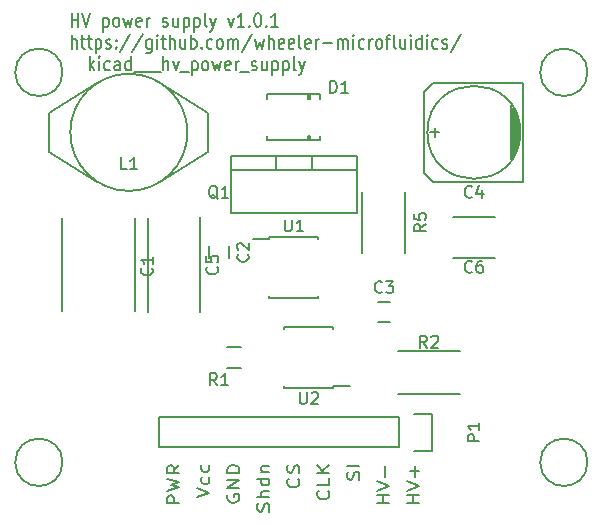
<source format=gbr>
G04 #@! TF.FileFunction,Legend,Top*
%FSLAX46Y46*%
G04 Gerber Fmt 4.6, Leading zero omitted, Abs format (unit mm)*
G04 Created by KiCad (PCBNEW 4.0.1-stable) date 2/11/2016 1:20:39 PM*
%MOMM*%
G01*
G04 APERTURE LIST*
%ADD10C,0.100000*%
%ADD11C,0.150000*%
G04 APERTURE END LIST*
D10*
D11*
X123428095Y-95232857D02*
X123428095Y-94032857D01*
X123428095Y-94604286D02*
X123999524Y-94604286D01*
X123999524Y-95232857D02*
X123999524Y-94032857D01*
X124332857Y-94032857D02*
X124666190Y-95232857D01*
X124999524Y-94032857D01*
X126094762Y-94432857D02*
X126094762Y-95632857D01*
X126094762Y-94490000D02*
X126190000Y-94432857D01*
X126380477Y-94432857D01*
X126475715Y-94490000D01*
X126523334Y-94547143D01*
X126570953Y-94661429D01*
X126570953Y-95004286D01*
X126523334Y-95118571D01*
X126475715Y-95175714D01*
X126380477Y-95232857D01*
X126190000Y-95232857D01*
X126094762Y-95175714D01*
X127142381Y-95232857D02*
X127047143Y-95175714D01*
X126999524Y-95118571D01*
X126951905Y-95004286D01*
X126951905Y-94661429D01*
X126999524Y-94547143D01*
X127047143Y-94490000D01*
X127142381Y-94432857D01*
X127285239Y-94432857D01*
X127380477Y-94490000D01*
X127428096Y-94547143D01*
X127475715Y-94661429D01*
X127475715Y-95004286D01*
X127428096Y-95118571D01*
X127380477Y-95175714D01*
X127285239Y-95232857D01*
X127142381Y-95232857D01*
X127809048Y-94432857D02*
X127999524Y-95232857D01*
X128190001Y-94661429D01*
X128380477Y-95232857D01*
X128570953Y-94432857D01*
X129332858Y-95175714D02*
X129237620Y-95232857D01*
X129047143Y-95232857D01*
X128951905Y-95175714D01*
X128904286Y-95061429D01*
X128904286Y-94604286D01*
X128951905Y-94490000D01*
X129047143Y-94432857D01*
X129237620Y-94432857D01*
X129332858Y-94490000D01*
X129380477Y-94604286D01*
X129380477Y-94718571D01*
X128904286Y-94832857D01*
X129809048Y-95232857D02*
X129809048Y-94432857D01*
X129809048Y-94661429D02*
X129856667Y-94547143D01*
X129904286Y-94490000D01*
X129999524Y-94432857D01*
X130094763Y-94432857D01*
X131142382Y-95175714D02*
X131237620Y-95232857D01*
X131428096Y-95232857D01*
X131523335Y-95175714D01*
X131570954Y-95061429D01*
X131570954Y-95004286D01*
X131523335Y-94890000D01*
X131428096Y-94832857D01*
X131285239Y-94832857D01*
X131190001Y-94775714D01*
X131142382Y-94661429D01*
X131142382Y-94604286D01*
X131190001Y-94490000D01*
X131285239Y-94432857D01*
X131428096Y-94432857D01*
X131523335Y-94490000D01*
X132428097Y-94432857D02*
X132428097Y-95232857D01*
X131999525Y-94432857D02*
X131999525Y-95061429D01*
X132047144Y-95175714D01*
X132142382Y-95232857D01*
X132285240Y-95232857D01*
X132380478Y-95175714D01*
X132428097Y-95118571D01*
X132904287Y-94432857D02*
X132904287Y-95632857D01*
X132904287Y-94490000D02*
X132999525Y-94432857D01*
X133190002Y-94432857D01*
X133285240Y-94490000D01*
X133332859Y-94547143D01*
X133380478Y-94661429D01*
X133380478Y-95004286D01*
X133332859Y-95118571D01*
X133285240Y-95175714D01*
X133190002Y-95232857D01*
X132999525Y-95232857D01*
X132904287Y-95175714D01*
X133809049Y-94432857D02*
X133809049Y-95632857D01*
X133809049Y-94490000D02*
X133904287Y-94432857D01*
X134094764Y-94432857D01*
X134190002Y-94490000D01*
X134237621Y-94547143D01*
X134285240Y-94661429D01*
X134285240Y-95004286D01*
X134237621Y-95118571D01*
X134190002Y-95175714D01*
X134094764Y-95232857D01*
X133904287Y-95232857D01*
X133809049Y-95175714D01*
X134856668Y-95232857D02*
X134761430Y-95175714D01*
X134713811Y-95061429D01*
X134713811Y-94032857D01*
X135142383Y-94432857D02*
X135380478Y-95232857D01*
X135618574Y-94432857D02*
X135380478Y-95232857D01*
X135285240Y-95518571D01*
X135237621Y-95575714D01*
X135142383Y-95632857D01*
X136666193Y-94432857D02*
X136904288Y-95232857D01*
X137142384Y-94432857D01*
X138047146Y-95232857D02*
X137475717Y-95232857D01*
X137761431Y-95232857D02*
X137761431Y-94032857D01*
X137666193Y-94204286D01*
X137570955Y-94318571D01*
X137475717Y-94375714D01*
X138475717Y-95118571D02*
X138523336Y-95175714D01*
X138475717Y-95232857D01*
X138428098Y-95175714D01*
X138475717Y-95118571D01*
X138475717Y-95232857D01*
X139142383Y-94032857D02*
X139237622Y-94032857D01*
X139332860Y-94090000D01*
X139380479Y-94147143D01*
X139428098Y-94261429D01*
X139475717Y-94490000D01*
X139475717Y-94775714D01*
X139428098Y-95004286D01*
X139380479Y-95118571D01*
X139332860Y-95175714D01*
X139237622Y-95232857D01*
X139142383Y-95232857D01*
X139047145Y-95175714D01*
X138999526Y-95118571D01*
X138951907Y-95004286D01*
X138904288Y-94775714D01*
X138904288Y-94490000D01*
X138951907Y-94261429D01*
X138999526Y-94147143D01*
X139047145Y-94090000D01*
X139142383Y-94032857D01*
X139904288Y-95118571D02*
X139951907Y-95175714D01*
X139904288Y-95232857D01*
X139856669Y-95175714D01*
X139904288Y-95118571D01*
X139904288Y-95232857D01*
X140904288Y-95232857D02*
X140332859Y-95232857D01*
X140618573Y-95232857D02*
X140618573Y-94032857D01*
X140523335Y-94204286D01*
X140428097Y-94318571D01*
X140332859Y-94375714D01*
X123428095Y-97062857D02*
X123428095Y-95862857D01*
X123856667Y-97062857D02*
X123856667Y-96434286D01*
X123809048Y-96320000D01*
X123713810Y-96262857D01*
X123570952Y-96262857D01*
X123475714Y-96320000D01*
X123428095Y-96377143D01*
X124190000Y-96262857D02*
X124570952Y-96262857D01*
X124332857Y-95862857D02*
X124332857Y-96891429D01*
X124380476Y-97005714D01*
X124475714Y-97062857D01*
X124570952Y-97062857D01*
X124761429Y-96262857D02*
X125142381Y-96262857D01*
X124904286Y-95862857D02*
X124904286Y-96891429D01*
X124951905Y-97005714D01*
X125047143Y-97062857D01*
X125142381Y-97062857D01*
X125475715Y-96262857D02*
X125475715Y-97462857D01*
X125475715Y-96320000D02*
X125570953Y-96262857D01*
X125761430Y-96262857D01*
X125856668Y-96320000D01*
X125904287Y-96377143D01*
X125951906Y-96491429D01*
X125951906Y-96834286D01*
X125904287Y-96948571D01*
X125856668Y-97005714D01*
X125761430Y-97062857D01*
X125570953Y-97062857D01*
X125475715Y-97005714D01*
X126332858Y-97005714D02*
X126428096Y-97062857D01*
X126618572Y-97062857D01*
X126713811Y-97005714D01*
X126761430Y-96891429D01*
X126761430Y-96834286D01*
X126713811Y-96720000D01*
X126618572Y-96662857D01*
X126475715Y-96662857D01*
X126380477Y-96605714D01*
X126332858Y-96491429D01*
X126332858Y-96434286D01*
X126380477Y-96320000D01*
X126475715Y-96262857D01*
X126618572Y-96262857D01*
X126713811Y-96320000D01*
X127190001Y-96948571D02*
X127237620Y-97005714D01*
X127190001Y-97062857D01*
X127142382Y-97005714D01*
X127190001Y-96948571D01*
X127190001Y-97062857D01*
X127190001Y-96320000D02*
X127237620Y-96377143D01*
X127190001Y-96434286D01*
X127142382Y-96377143D01*
X127190001Y-96320000D01*
X127190001Y-96434286D01*
X128380477Y-95805714D02*
X127523334Y-97348571D01*
X129428096Y-95805714D02*
X128570953Y-97348571D01*
X130190001Y-96262857D02*
X130190001Y-97234286D01*
X130142382Y-97348571D01*
X130094763Y-97405714D01*
X129999524Y-97462857D01*
X129856667Y-97462857D01*
X129761429Y-97405714D01*
X130190001Y-97005714D02*
X130094763Y-97062857D01*
X129904286Y-97062857D01*
X129809048Y-97005714D01*
X129761429Y-96948571D01*
X129713810Y-96834286D01*
X129713810Y-96491429D01*
X129761429Y-96377143D01*
X129809048Y-96320000D01*
X129904286Y-96262857D01*
X130094763Y-96262857D01*
X130190001Y-96320000D01*
X130666191Y-97062857D02*
X130666191Y-96262857D01*
X130666191Y-95862857D02*
X130618572Y-95920000D01*
X130666191Y-95977143D01*
X130713810Y-95920000D01*
X130666191Y-95862857D01*
X130666191Y-95977143D01*
X130999524Y-96262857D02*
X131380476Y-96262857D01*
X131142381Y-95862857D02*
X131142381Y-96891429D01*
X131190000Y-97005714D01*
X131285238Y-97062857D01*
X131380476Y-97062857D01*
X131713810Y-97062857D02*
X131713810Y-95862857D01*
X132142382Y-97062857D02*
X132142382Y-96434286D01*
X132094763Y-96320000D01*
X131999525Y-96262857D01*
X131856667Y-96262857D01*
X131761429Y-96320000D01*
X131713810Y-96377143D01*
X133047144Y-96262857D02*
X133047144Y-97062857D01*
X132618572Y-96262857D02*
X132618572Y-96891429D01*
X132666191Y-97005714D01*
X132761429Y-97062857D01*
X132904287Y-97062857D01*
X132999525Y-97005714D01*
X133047144Y-96948571D01*
X133523334Y-97062857D02*
X133523334Y-95862857D01*
X133523334Y-96320000D02*
X133618572Y-96262857D01*
X133809049Y-96262857D01*
X133904287Y-96320000D01*
X133951906Y-96377143D01*
X133999525Y-96491429D01*
X133999525Y-96834286D01*
X133951906Y-96948571D01*
X133904287Y-97005714D01*
X133809049Y-97062857D01*
X133618572Y-97062857D01*
X133523334Y-97005714D01*
X134428096Y-96948571D02*
X134475715Y-97005714D01*
X134428096Y-97062857D01*
X134380477Y-97005714D01*
X134428096Y-96948571D01*
X134428096Y-97062857D01*
X135332858Y-97005714D02*
X135237620Y-97062857D01*
X135047143Y-97062857D01*
X134951905Y-97005714D01*
X134904286Y-96948571D01*
X134856667Y-96834286D01*
X134856667Y-96491429D01*
X134904286Y-96377143D01*
X134951905Y-96320000D01*
X135047143Y-96262857D01*
X135237620Y-96262857D01*
X135332858Y-96320000D01*
X135904286Y-97062857D02*
X135809048Y-97005714D01*
X135761429Y-96948571D01*
X135713810Y-96834286D01*
X135713810Y-96491429D01*
X135761429Y-96377143D01*
X135809048Y-96320000D01*
X135904286Y-96262857D01*
X136047144Y-96262857D01*
X136142382Y-96320000D01*
X136190001Y-96377143D01*
X136237620Y-96491429D01*
X136237620Y-96834286D01*
X136190001Y-96948571D01*
X136142382Y-97005714D01*
X136047144Y-97062857D01*
X135904286Y-97062857D01*
X136666191Y-97062857D02*
X136666191Y-96262857D01*
X136666191Y-96377143D02*
X136713810Y-96320000D01*
X136809048Y-96262857D01*
X136951906Y-96262857D01*
X137047144Y-96320000D01*
X137094763Y-96434286D01*
X137094763Y-97062857D01*
X137094763Y-96434286D02*
X137142382Y-96320000D01*
X137237620Y-96262857D01*
X137380477Y-96262857D01*
X137475715Y-96320000D01*
X137523334Y-96434286D01*
X137523334Y-97062857D01*
X138713810Y-95805714D02*
X137856667Y-97348571D01*
X138951905Y-96262857D02*
X139142381Y-97062857D01*
X139332858Y-96491429D01*
X139523334Y-97062857D01*
X139713810Y-96262857D01*
X140094762Y-97062857D02*
X140094762Y-95862857D01*
X140523334Y-97062857D02*
X140523334Y-96434286D01*
X140475715Y-96320000D01*
X140380477Y-96262857D01*
X140237619Y-96262857D01*
X140142381Y-96320000D01*
X140094762Y-96377143D01*
X141380477Y-97005714D02*
X141285239Y-97062857D01*
X141094762Y-97062857D01*
X140999524Y-97005714D01*
X140951905Y-96891429D01*
X140951905Y-96434286D01*
X140999524Y-96320000D01*
X141094762Y-96262857D01*
X141285239Y-96262857D01*
X141380477Y-96320000D01*
X141428096Y-96434286D01*
X141428096Y-96548571D01*
X140951905Y-96662857D01*
X142237620Y-97005714D02*
X142142382Y-97062857D01*
X141951905Y-97062857D01*
X141856667Y-97005714D01*
X141809048Y-96891429D01*
X141809048Y-96434286D01*
X141856667Y-96320000D01*
X141951905Y-96262857D01*
X142142382Y-96262857D01*
X142237620Y-96320000D01*
X142285239Y-96434286D01*
X142285239Y-96548571D01*
X141809048Y-96662857D01*
X142856667Y-97062857D02*
X142761429Y-97005714D01*
X142713810Y-96891429D01*
X142713810Y-95862857D01*
X143618573Y-97005714D02*
X143523335Y-97062857D01*
X143332858Y-97062857D01*
X143237620Y-97005714D01*
X143190001Y-96891429D01*
X143190001Y-96434286D01*
X143237620Y-96320000D01*
X143332858Y-96262857D01*
X143523335Y-96262857D01*
X143618573Y-96320000D01*
X143666192Y-96434286D01*
X143666192Y-96548571D01*
X143190001Y-96662857D01*
X144094763Y-97062857D02*
X144094763Y-96262857D01*
X144094763Y-96491429D02*
X144142382Y-96377143D01*
X144190001Y-96320000D01*
X144285239Y-96262857D01*
X144380478Y-96262857D01*
X144713811Y-96605714D02*
X145475716Y-96605714D01*
X145951906Y-97062857D02*
X145951906Y-96262857D01*
X145951906Y-96377143D02*
X145999525Y-96320000D01*
X146094763Y-96262857D01*
X146237621Y-96262857D01*
X146332859Y-96320000D01*
X146380478Y-96434286D01*
X146380478Y-97062857D01*
X146380478Y-96434286D02*
X146428097Y-96320000D01*
X146523335Y-96262857D01*
X146666192Y-96262857D01*
X146761430Y-96320000D01*
X146809049Y-96434286D01*
X146809049Y-97062857D01*
X147285239Y-97062857D02*
X147285239Y-96262857D01*
X147285239Y-95862857D02*
X147237620Y-95920000D01*
X147285239Y-95977143D01*
X147332858Y-95920000D01*
X147285239Y-95862857D01*
X147285239Y-95977143D01*
X148190001Y-97005714D02*
X148094763Y-97062857D01*
X147904286Y-97062857D01*
X147809048Y-97005714D01*
X147761429Y-96948571D01*
X147713810Y-96834286D01*
X147713810Y-96491429D01*
X147761429Y-96377143D01*
X147809048Y-96320000D01*
X147904286Y-96262857D01*
X148094763Y-96262857D01*
X148190001Y-96320000D01*
X148618572Y-97062857D02*
X148618572Y-96262857D01*
X148618572Y-96491429D02*
X148666191Y-96377143D01*
X148713810Y-96320000D01*
X148809048Y-96262857D01*
X148904287Y-96262857D01*
X149380477Y-97062857D02*
X149285239Y-97005714D01*
X149237620Y-96948571D01*
X149190001Y-96834286D01*
X149190001Y-96491429D01*
X149237620Y-96377143D01*
X149285239Y-96320000D01*
X149380477Y-96262857D01*
X149523335Y-96262857D01*
X149618573Y-96320000D01*
X149666192Y-96377143D01*
X149713811Y-96491429D01*
X149713811Y-96834286D01*
X149666192Y-96948571D01*
X149618573Y-97005714D01*
X149523335Y-97062857D01*
X149380477Y-97062857D01*
X149999525Y-96262857D02*
X150380477Y-96262857D01*
X150142382Y-97062857D02*
X150142382Y-96034286D01*
X150190001Y-95920000D01*
X150285239Y-95862857D01*
X150380477Y-95862857D01*
X150856668Y-97062857D02*
X150761430Y-97005714D01*
X150713811Y-96891429D01*
X150713811Y-95862857D01*
X151666193Y-96262857D02*
X151666193Y-97062857D01*
X151237621Y-96262857D02*
X151237621Y-96891429D01*
X151285240Y-97005714D01*
X151380478Y-97062857D01*
X151523336Y-97062857D01*
X151618574Y-97005714D01*
X151666193Y-96948571D01*
X152142383Y-97062857D02*
X152142383Y-96262857D01*
X152142383Y-95862857D02*
X152094764Y-95920000D01*
X152142383Y-95977143D01*
X152190002Y-95920000D01*
X152142383Y-95862857D01*
X152142383Y-95977143D01*
X153047145Y-97062857D02*
X153047145Y-95862857D01*
X153047145Y-97005714D02*
X152951907Y-97062857D01*
X152761430Y-97062857D01*
X152666192Y-97005714D01*
X152618573Y-96948571D01*
X152570954Y-96834286D01*
X152570954Y-96491429D01*
X152618573Y-96377143D01*
X152666192Y-96320000D01*
X152761430Y-96262857D01*
X152951907Y-96262857D01*
X153047145Y-96320000D01*
X153523335Y-97062857D02*
X153523335Y-96262857D01*
X153523335Y-95862857D02*
X153475716Y-95920000D01*
X153523335Y-95977143D01*
X153570954Y-95920000D01*
X153523335Y-95862857D01*
X153523335Y-95977143D01*
X154428097Y-97005714D02*
X154332859Y-97062857D01*
X154142382Y-97062857D01*
X154047144Y-97005714D01*
X153999525Y-96948571D01*
X153951906Y-96834286D01*
X153951906Y-96491429D01*
X153999525Y-96377143D01*
X154047144Y-96320000D01*
X154142382Y-96262857D01*
X154332859Y-96262857D01*
X154428097Y-96320000D01*
X154809049Y-97005714D02*
X154904287Y-97062857D01*
X155094763Y-97062857D01*
X155190002Y-97005714D01*
X155237621Y-96891429D01*
X155237621Y-96834286D01*
X155190002Y-96720000D01*
X155094763Y-96662857D01*
X154951906Y-96662857D01*
X154856668Y-96605714D01*
X154809049Y-96491429D01*
X154809049Y-96434286D01*
X154856668Y-96320000D01*
X154951906Y-96262857D01*
X155094763Y-96262857D01*
X155190002Y-96320000D01*
X156380478Y-95805714D02*
X155523335Y-97348571D01*
X124951905Y-98892857D02*
X124951905Y-97692857D01*
X125047143Y-98435714D02*
X125332858Y-98892857D01*
X125332858Y-98092857D02*
X124951905Y-98550000D01*
X125761429Y-98892857D02*
X125761429Y-98092857D01*
X125761429Y-97692857D02*
X125713810Y-97750000D01*
X125761429Y-97807143D01*
X125809048Y-97750000D01*
X125761429Y-97692857D01*
X125761429Y-97807143D01*
X126666191Y-98835714D02*
X126570953Y-98892857D01*
X126380476Y-98892857D01*
X126285238Y-98835714D01*
X126237619Y-98778571D01*
X126190000Y-98664286D01*
X126190000Y-98321429D01*
X126237619Y-98207143D01*
X126285238Y-98150000D01*
X126380476Y-98092857D01*
X126570953Y-98092857D01*
X126666191Y-98150000D01*
X127523334Y-98892857D02*
X127523334Y-98264286D01*
X127475715Y-98150000D01*
X127380477Y-98092857D01*
X127190000Y-98092857D01*
X127094762Y-98150000D01*
X127523334Y-98835714D02*
X127428096Y-98892857D01*
X127190000Y-98892857D01*
X127094762Y-98835714D01*
X127047143Y-98721429D01*
X127047143Y-98607143D01*
X127094762Y-98492857D01*
X127190000Y-98435714D01*
X127428096Y-98435714D01*
X127523334Y-98378571D01*
X128428096Y-98892857D02*
X128428096Y-97692857D01*
X128428096Y-98835714D02*
X128332858Y-98892857D01*
X128142381Y-98892857D01*
X128047143Y-98835714D01*
X127999524Y-98778571D01*
X127951905Y-98664286D01*
X127951905Y-98321429D01*
X127999524Y-98207143D01*
X128047143Y-98150000D01*
X128142381Y-98092857D01*
X128332858Y-98092857D01*
X128428096Y-98150000D01*
X128666191Y-99007143D02*
X129428096Y-99007143D01*
X129428096Y-99007143D02*
X130190001Y-99007143D01*
X130190001Y-99007143D02*
X130951906Y-99007143D01*
X131190001Y-98892857D02*
X131190001Y-97692857D01*
X131618573Y-98892857D02*
X131618573Y-98264286D01*
X131570954Y-98150000D01*
X131475716Y-98092857D01*
X131332858Y-98092857D01*
X131237620Y-98150000D01*
X131190001Y-98207143D01*
X131999525Y-98092857D02*
X132237620Y-98892857D01*
X132475716Y-98092857D01*
X132618573Y-99007143D02*
X133380478Y-99007143D01*
X133618573Y-98092857D02*
X133618573Y-99292857D01*
X133618573Y-98150000D02*
X133713811Y-98092857D01*
X133904288Y-98092857D01*
X133999526Y-98150000D01*
X134047145Y-98207143D01*
X134094764Y-98321429D01*
X134094764Y-98664286D01*
X134047145Y-98778571D01*
X133999526Y-98835714D01*
X133904288Y-98892857D01*
X133713811Y-98892857D01*
X133618573Y-98835714D01*
X134666192Y-98892857D02*
X134570954Y-98835714D01*
X134523335Y-98778571D01*
X134475716Y-98664286D01*
X134475716Y-98321429D01*
X134523335Y-98207143D01*
X134570954Y-98150000D01*
X134666192Y-98092857D01*
X134809050Y-98092857D01*
X134904288Y-98150000D01*
X134951907Y-98207143D01*
X134999526Y-98321429D01*
X134999526Y-98664286D01*
X134951907Y-98778571D01*
X134904288Y-98835714D01*
X134809050Y-98892857D01*
X134666192Y-98892857D01*
X135332859Y-98092857D02*
X135523335Y-98892857D01*
X135713812Y-98321429D01*
X135904288Y-98892857D01*
X136094764Y-98092857D01*
X136856669Y-98835714D02*
X136761431Y-98892857D01*
X136570954Y-98892857D01*
X136475716Y-98835714D01*
X136428097Y-98721429D01*
X136428097Y-98264286D01*
X136475716Y-98150000D01*
X136570954Y-98092857D01*
X136761431Y-98092857D01*
X136856669Y-98150000D01*
X136904288Y-98264286D01*
X136904288Y-98378571D01*
X136428097Y-98492857D01*
X137332859Y-98892857D02*
X137332859Y-98092857D01*
X137332859Y-98321429D02*
X137380478Y-98207143D01*
X137428097Y-98150000D01*
X137523335Y-98092857D01*
X137618574Y-98092857D01*
X137713812Y-99007143D02*
X138475717Y-99007143D01*
X138666193Y-98835714D02*
X138761431Y-98892857D01*
X138951907Y-98892857D01*
X139047146Y-98835714D01*
X139094765Y-98721429D01*
X139094765Y-98664286D01*
X139047146Y-98550000D01*
X138951907Y-98492857D01*
X138809050Y-98492857D01*
X138713812Y-98435714D01*
X138666193Y-98321429D01*
X138666193Y-98264286D01*
X138713812Y-98150000D01*
X138809050Y-98092857D01*
X138951907Y-98092857D01*
X139047146Y-98150000D01*
X139951908Y-98092857D02*
X139951908Y-98892857D01*
X139523336Y-98092857D02*
X139523336Y-98721429D01*
X139570955Y-98835714D01*
X139666193Y-98892857D01*
X139809051Y-98892857D01*
X139904289Y-98835714D01*
X139951908Y-98778571D01*
X140428098Y-98092857D02*
X140428098Y-99292857D01*
X140428098Y-98150000D02*
X140523336Y-98092857D01*
X140713813Y-98092857D01*
X140809051Y-98150000D01*
X140856670Y-98207143D01*
X140904289Y-98321429D01*
X140904289Y-98664286D01*
X140856670Y-98778571D01*
X140809051Y-98835714D01*
X140713813Y-98892857D01*
X140523336Y-98892857D01*
X140428098Y-98835714D01*
X141332860Y-98092857D02*
X141332860Y-99292857D01*
X141332860Y-98150000D02*
X141428098Y-98092857D01*
X141618575Y-98092857D01*
X141713813Y-98150000D01*
X141761432Y-98207143D01*
X141809051Y-98321429D01*
X141809051Y-98664286D01*
X141761432Y-98778571D01*
X141713813Y-98835714D01*
X141618575Y-98892857D01*
X141428098Y-98892857D01*
X141332860Y-98835714D01*
X142380479Y-98892857D02*
X142285241Y-98835714D01*
X142237622Y-98721429D01*
X142237622Y-97692857D01*
X142666194Y-98092857D02*
X142904289Y-98892857D01*
X143142385Y-98092857D02*
X142904289Y-98892857D01*
X142809051Y-99178571D01*
X142761432Y-99235714D01*
X142666194Y-99292857D01*
X150312381Y-135565714D02*
X149312381Y-135565714D01*
X149788571Y-135565714D02*
X149788571Y-134879999D01*
X150312381Y-134879999D02*
X149312381Y-134879999D01*
X149312381Y-134479999D02*
X150312381Y-134079999D01*
X149312381Y-133679999D01*
X149931429Y-133280000D02*
X149931429Y-132365714D01*
X152852381Y-135565714D02*
X151852381Y-135565714D01*
X152328571Y-135565714D02*
X152328571Y-134879999D01*
X152852381Y-134879999D02*
X151852381Y-134879999D01*
X151852381Y-134479999D02*
X152852381Y-134079999D01*
X151852381Y-133679999D01*
X152471429Y-133280000D02*
X152471429Y-132365714D01*
X152852381Y-132822857D02*
X152090476Y-132822857D01*
X147724762Y-133565715D02*
X147772381Y-133394286D01*
X147772381Y-133108572D01*
X147724762Y-132994286D01*
X147677143Y-132937143D01*
X147581905Y-132880000D01*
X147486667Y-132880000D01*
X147391429Y-132937143D01*
X147343810Y-132994286D01*
X147296190Y-133108572D01*
X147248571Y-133337143D01*
X147200952Y-133451429D01*
X147153333Y-133508572D01*
X147058095Y-133565715D01*
X146962857Y-133565715D01*
X146867619Y-133508572D01*
X146820000Y-133451429D01*
X146772381Y-133337143D01*
X146772381Y-133051429D01*
X146820000Y-132880000D01*
X147772381Y-132365715D02*
X146772381Y-132365715D01*
X145137143Y-134480000D02*
X145184762Y-134537143D01*
X145232381Y-134708572D01*
X145232381Y-134822858D01*
X145184762Y-134994286D01*
X145089524Y-135108572D01*
X144994286Y-135165715D01*
X144803810Y-135222858D01*
X144660952Y-135222858D01*
X144470476Y-135165715D01*
X144375238Y-135108572D01*
X144280000Y-134994286D01*
X144232381Y-134822858D01*
X144232381Y-134708572D01*
X144280000Y-134537143D01*
X144327619Y-134480000D01*
X145232381Y-133394286D02*
X145232381Y-133965715D01*
X144232381Y-133965715D01*
X145232381Y-132994286D02*
X144232381Y-132994286D01*
X145232381Y-132308571D02*
X144660952Y-132822857D01*
X144232381Y-132308571D02*
X144803810Y-132994286D01*
X142597143Y-133451428D02*
X142644762Y-133508571D01*
X142692381Y-133680000D01*
X142692381Y-133794286D01*
X142644762Y-133965714D01*
X142549524Y-134080000D01*
X142454286Y-134137143D01*
X142263810Y-134194286D01*
X142120952Y-134194286D01*
X141930476Y-134137143D01*
X141835238Y-134080000D01*
X141740000Y-133965714D01*
X141692381Y-133794286D01*
X141692381Y-133680000D01*
X141740000Y-133508571D01*
X141787619Y-133451428D01*
X142644762Y-132994286D02*
X142692381Y-132822857D01*
X142692381Y-132537143D01*
X142644762Y-132422857D01*
X142597143Y-132365714D01*
X142501905Y-132308571D01*
X142406667Y-132308571D01*
X142311429Y-132365714D01*
X142263810Y-132422857D01*
X142216190Y-132537143D01*
X142168571Y-132765714D01*
X142120952Y-132880000D01*
X142073333Y-132937143D01*
X141978095Y-132994286D01*
X141882857Y-132994286D01*
X141787619Y-132937143D01*
X141740000Y-132880000D01*
X141692381Y-132765714D01*
X141692381Y-132480000D01*
X141740000Y-132308571D01*
X140104762Y-136251428D02*
X140152381Y-136079999D01*
X140152381Y-135794285D01*
X140104762Y-135679999D01*
X140057143Y-135622856D01*
X139961905Y-135565713D01*
X139866667Y-135565713D01*
X139771429Y-135622856D01*
X139723810Y-135679999D01*
X139676190Y-135794285D01*
X139628571Y-136022856D01*
X139580952Y-136137142D01*
X139533333Y-136194285D01*
X139438095Y-136251428D01*
X139342857Y-136251428D01*
X139247619Y-136194285D01*
X139200000Y-136137142D01*
X139152381Y-136022856D01*
X139152381Y-135737142D01*
X139200000Y-135565713D01*
X140152381Y-135051428D02*
X139152381Y-135051428D01*
X140152381Y-134537142D02*
X139628571Y-134537142D01*
X139533333Y-134594285D01*
X139485714Y-134708571D01*
X139485714Y-134879999D01*
X139533333Y-134994285D01*
X139580952Y-135051428D01*
X140152381Y-133451428D02*
X139152381Y-133451428D01*
X140104762Y-133451428D02*
X140152381Y-133565714D01*
X140152381Y-133794285D01*
X140104762Y-133908571D01*
X140057143Y-133965714D01*
X139961905Y-134022857D01*
X139676190Y-134022857D01*
X139580952Y-133965714D01*
X139533333Y-133908571D01*
X139485714Y-133794285D01*
X139485714Y-133565714D01*
X139533333Y-133451428D01*
X139485714Y-132880000D02*
X140152381Y-132880000D01*
X139580952Y-132880000D02*
X139533333Y-132822857D01*
X139485714Y-132708571D01*
X139485714Y-132537143D01*
X139533333Y-132422857D01*
X139628571Y-132365714D01*
X140152381Y-132365714D01*
X136660000Y-134822857D02*
X136612381Y-134937143D01*
X136612381Y-135108572D01*
X136660000Y-135280000D01*
X136755238Y-135394286D01*
X136850476Y-135451429D01*
X137040952Y-135508572D01*
X137183810Y-135508572D01*
X137374286Y-135451429D01*
X137469524Y-135394286D01*
X137564762Y-135280000D01*
X137612381Y-135108572D01*
X137612381Y-134994286D01*
X137564762Y-134822857D01*
X137517143Y-134765714D01*
X137183810Y-134765714D01*
X137183810Y-134994286D01*
X137612381Y-134251429D02*
X136612381Y-134251429D01*
X137612381Y-133565714D01*
X136612381Y-133565714D01*
X137612381Y-132994286D02*
X136612381Y-132994286D01*
X136612381Y-132708571D01*
X136660000Y-132537143D01*
X136755238Y-132422857D01*
X136850476Y-132365714D01*
X137040952Y-132308571D01*
X137183810Y-132308571D01*
X137374286Y-132365714D01*
X137469524Y-132422857D01*
X137564762Y-132537143D01*
X137612381Y-132708571D01*
X137612381Y-132994286D01*
X134072381Y-135051427D02*
X135072381Y-134651427D01*
X134072381Y-134251427D01*
X135024762Y-133337142D02*
X135072381Y-133451428D01*
X135072381Y-133679999D01*
X135024762Y-133794285D01*
X134977143Y-133851428D01*
X134881905Y-133908571D01*
X134596190Y-133908571D01*
X134500952Y-133851428D01*
X134453333Y-133794285D01*
X134405714Y-133679999D01*
X134405714Y-133451428D01*
X134453333Y-133337142D01*
X135024762Y-132308571D02*
X135072381Y-132422857D01*
X135072381Y-132651428D01*
X135024762Y-132765714D01*
X134977143Y-132822857D01*
X134881905Y-132880000D01*
X134596190Y-132880000D01*
X134500952Y-132822857D01*
X134453333Y-132765714D01*
X134405714Y-132651428D01*
X134405714Y-132422857D01*
X134453333Y-132308571D01*
X132532381Y-135565715D02*
X131532381Y-135565715D01*
X131532381Y-135108572D01*
X131580000Y-134994286D01*
X131627619Y-134937143D01*
X131722857Y-134880000D01*
X131865714Y-134880000D01*
X131960952Y-134937143D01*
X132008571Y-134994286D01*
X132056190Y-135108572D01*
X132056190Y-135565715D01*
X131532381Y-134480000D02*
X132532381Y-134194286D01*
X131818095Y-133965715D01*
X132532381Y-133737143D01*
X131532381Y-133451429D01*
X132532381Y-132308571D02*
X132056190Y-132708571D01*
X132532381Y-132994286D02*
X131532381Y-132994286D01*
X131532381Y-132537143D01*
X131580000Y-132422857D01*
X131627619Y-132365714D01*
X131722857Y-132308571D01*
X131865714Y-132308571D01*
X131960952Y-132365714D01*
X132008571Y-132422857D01*
X132056190Y-132537143D01*
X132056190Y-132994286D01*
X167100000Y-99060000D02*
G75*
G03X167100000Y-99060000I-2000000J0D01*
G01*
X167100000Y-132080000D02*
G75*
G03X167100000Y-132080000I-2000000J0D01*
G01*
X122650000Y-132080000D02*
G75*
G03X122650000Y-132080000I-2000000J0D01*
G01*
X122650000Y-99060000D02*
G75*
G03X122650000Y-99060000I-2000000J0D01*
G01*
X161290000Y-105156000D02*
X161290000Y-103124000D01*
X161163000Y-102743000D02*
X161163000Y-105537000D01*
X161036000Y-105791000D02*
X161036000Y-102489000D01*
X160909000Y-102235000D02*
X160909000Y-106045000D01*
X160782000Y-102108000D02*
X160782000Y-106172000D01*
X160655000Y-106426000D02*
X160655000Y-101854000D01*
X161671000Y-108331000D02*
X161671000Y-99949000D01*
X161671000Y-99949000D02*
X154051000Y-99949000D01*
X154051000Y-99949000D02*
X153289000Y-100711000D01*
X153289000Y-100711000D02*
X153289000Y-107569000D01*
X153289000Y-107569000D02*
X154051000Y-108331000D01*
X154051000Y-108331000D02*
X161671000Y-108331000D01*
X153797000Y-104140000D02*
X154559000Y-104140000D01*
X154178000Y-104521000D02*
X154178000Y-103759000D01*
X161417000Y-104140000D02*
G75*
G03X161417000Y-104140000I-3937000J0D01*
G01*
X122630000Y-119270000D02*
X122630000Y-111370000D01*
X128830000Y-119270000D02*
X128830000Y-111370000D01*
X136740000Y-114800000D02*
X136740000Y-113800000D01*
X135040000Y-113800000D02*
X135040000Y-114800000D01*
X150360000Y-118530000D02*
X149360000Y-118530000D01*
X149360000Y-120230000D02*
X150360000Y-120230000D01*
X129880000Y-111370000D02*
X129880000Y-119370000D01*
X134280000Y-119370000D02*
X134280000Y-111270000D01*
X136560000Y-122315000D02*
X137760000Y-122315000D01*
X137760000Y-124065000D02*
X136560000Y-124065000D01*
X151070000Y-122635000D02*
X156270000Y-122635000D01*
X156270000Y-126285000D02*
X151070000Y-126285000D01*
X148035000Y-114360000D02*
X148035000Y-109160000D01*
X151685000Y-109160000D02*
X151685000Y-114360000D01*
X140165000Y-112995000D02*
X140165000Y-113140000D01*
X144315000Y-112995000D02*
X144315000Y-113140000D01*
X144315000Y-118145000D02*
X144315000Y-118000000D01*
X140165000Y-118145000D02*
X140165000Y-118000000D01*
X140165000Y-112995000D02*
X144315000Y-112995000D01*
X140165000Y-118145000D02*
X144315000Y-118145000D01*
X140165000Y-113140000D02*
X138765000Y-113140000D01*
X145585000Y-125765000D02*
X145585000Y-125620000D01*
X141435000Y-125765000D02*
X141435000Y-125620000D01*
X141435000Y-120615000D02*
X141435000Y-120760000D01*
X145585000Y-120615000D02*
X145585000Y-120760000D01*
X145585000Y-125765000D02*
X141435000Y-125765000D01*
X145585000Y-120615000D02*
X141435000Y-120615000D01*
X145585000Y-125620000D02*
X146985000Y-125620000D01*
X159280000Y-111305000D02*
X155680000Y-111305000D01*
X155680000Y-114755000D02*
X159280000Y-114755000D01*
X144490000Y-104820000D02*
X144490000Y-104420000D01*
X144490000Y-100920000D02*
X144490000Y-101320000D01*
X139990000Y-100920000D02*
X139990000Y-101320000D01*
X139990000Y-104820000D02*
X139990000Y-104420000D01*
X143590000Y-100920000D02*
X143590000Y-101320000D01*
X143590000Y-101320000D02*
X143440000Y-101320000D01*
X143440000Y-101320000D02*
X143440000Y-100920000D01*
X143590000Y-104820000D02*
X143590000Y-104420000D01*
X143590000Y-104420000D02*
X143440000Y-104420000D01*
X143440000Y-104420000D02*
X143440000Y-104820000D01*
X144490000Y-104820000D02*
X139990000Y-104820000D01*
X139990000Y-100920000D02*
X144490000Y-100920000D01*
X133229509Y-104140000D02*
G75*
G03X133229509Y-104140000I-4959509J0D01*
G01*
X121539000Y-102489000D02*
X125603000Y-99949000D01*
X121539000Y-105791000D02*
X125603000Y-108331000D01*
X121539000Y-105791000D02*
X121539000Y-102489000D01*
X135001000Y-102489000D02*
X130937000Y-99949000D01*
X135001000Y-105791000D02*
X135001000Y-102489000D01*
X135001000Y-105791000D02*
X130937000Y-108331000D01*
X140716000Y-106172000D02*
X140716000Y-107315000D01*
X143764000Y-106172000D02*
X143764000Y-107315000D01*
X147574000Y-107315000D02*
X147574000Y-110998000D01*
X147574000Y-110998000D02*
X136906000Y-110998000D01*
X136906000Y-110998000D02*
X136906000Y-107315000D01*
X147574000Y-106172000D02*
X147574000Y-107315000D01*
X147574000Y-107315000D02*
X136906000Y-107315000D01*
X136906000Y-107315000D02*
X136906000Y-106172000D01*
X142240000Y-106172000D02*
X136906000Y-106172000D01*
X142240000Y-106172000D02*
X147574000Y-106172000D01*
X151130000Y-130810000D02*
X130810000Y-130810000D01*
X130810000Y-130810000D02*
X130810000Y-128270000D01*
X130810000Y-128270000D02*
X151130000Y-128270000D01*
X153950000Y-131090000D02*
X152400000Y-131090000D01*
X151130000Y-130810000D02*
X151130000Y-128270000D01*
X152400000Y-127990000D02*
X153950000Y-127990000D01*
X153950000Y-127990000D02*
X153950000Y-131090000D01*
X157313334Y-109577143D02*
X157265715Y-109624762D01*
X157122858Y-109672381D01*
X157027620Y-109672381D01*
X156884762Y-109624762D01*
X156789524Y-109529524D01*
X156741905Y-109434286D01*
X156694286Y-109243810D01*
X156694286Y-109100952D01*
X156741905Y-108910476D01*
X156789524Y-108815238D01*
X156884762Y-108720000D01*
X157027620Y-108672381D01*
X157122858Y-108672381D01*
X157265715Y-108720000D01*
X157313334Y-108767619D01*
X158170477Y-109005714D02*
X158170477Y-109672381D01*
X157932381Y-108624762D02*
X157694286Y-109339048D01*
X158313334Y-109339048D01*
X130186703Y-115637606D02*
X130234322Y-115685225D01*
X130281941Y-115828082D01*
X130281941Y-115923320D01*
X130234322Y-116066178D01*
X130139084Y-116161416D01*
X130043846Y-116209035D01*
X129853370Y-116256654D01*
X129710512Y-116256654D01*
X129520036Y-116209035D01*
X129424798Y-116161416D01*
X129329560Y-116066178D01*
X129281941Y-115923320D01*
X129281941Y-115828082D01*
X129329560Y-115685225D01*
X129377179Y-115637606D01*
X130281941Y-114685225D02*
X130281941Y-115256654D01*
X130281941Y-114970940D02*
X129281941Y-114970940D01*
X129424798Y-115066178D01*
X129520036Y-115161416D01*
X129567655Y-115256654D01*
X138347143Y-114466666D02*
X138394762Y-114514285D01*
X138442381Y-114657142D01*
X138442381Y-114752380D01*
X138394762Y-114895238D01*
X138299524Y-114990476D01*
X138204286Y-115038095D01*
X138013810Y-115085714D01*
X137870952Y-115085714D01*
X137680476Y-115038095D01*
X137585238Y-114990476D01*
X137490000Y-114895238D01*
X137442381Y-114752380D01*
X137442381Y-114657142D01*
X137490000Y-114514285D01*
X137537619Y-114466666D01*
X137537619Y-114085714D02*
X137490000Y-114038095D01*
X137442381Y-113942857D01*
X137442381Y-113704761D01*
X137490000Y-113609523D01*
X137537619Y-113561904D01*
X137632857Y-113514285D01*
X137728095Y-113514285D01*
X137870952Y-113561904D01*
X138442381Y-114133333D01*
X138442381Y-113514285D01*
X149693334Y-117637143D02*
X149645715Y-117684762D01*
X149502858Y-117732381D01*
X149407620Y-117732381D01*
X149264762Y-117684762D01*
X149169524Y-117589524D01*
X149121905Y-117494286D01*
X149074286Y-117303810D01*
X149074286Y-117160952D01*
X149121905Y-116970476D01*
X149169524Y-116875238D01*
X149264762Y-116780000D01*
X149407620Y-116732381D01*
X149502858Y-116732381D01*
X149645715Y-116780000D01*
X149693334Y-116827619D01*
X150026667Y-116732381D02*
X150645715Y-116732381D01*
X150312381Y-117113333D01*
X150455239Y-117113333D01*
X150550477Y-117160952D01*
X150598096Y-117208571D01*
X150645715Y-117303810D01*
X150645715Y-117541905D01*
X150598096Y-117637143D01*
X150550477Y-117684762D01*
X150455239Y-117732381D01*
X150169524Y-117732381D01*
X150074286Y-117684762D01*
X150026667Y-117637143D01*
X135736603Y-115536006D02*
X135784222Y-115583625D01*
X135831841Y-115726482D01*
X135831841Y-115821720D01*
X135784222Y-115964578D01*
X135688984Y-116059816D01*
X135593746Y-116107435D01*
X135403270Y-116155054D01*
X135260412Y-116155054D01*
X135069936Y-116107435D01*
X134974698Y-116059816D01*
X134879460Y-115964578D01*
X134831841Y-115821720D01*
X134831841Y-115726482D01*
X134879460Y-115583625D01*
X134927079Y-115536006D01*
X134831841Y-114631244D02*
X134831841Y-115107435D01*
X135308031Y-115155054D01*
X135260412Y-115107435D01*
X135212793Y-115012197D01*
X135212793Y-114774101D01*
X135260412Y-114678863D01*
X135308031Y-114631244D01*
X135403270Y-114583625D01*
X135641365Y-114583625D01*
X135736603Y-114631244D01*
X135784222Y-114678863D01*
X135831841Y-114774101D01*
X135831841Y-115012197D01*
X135784222Y-115107435D01*
X135736603Y-115155054D01*
X135723334Y-125547381D02*
X135390000Y-125071190D01*
X135151905Y-125547381D02*
X135151905Y-124547381D01*
X135532858Y-124547381D01*
X135628096Y-124595000D01*
X135675715Y-124642619D01*
X135723334Y-124737857D01*
X135723334Y-124880714D01*
X135675715Y-124975952D01*
X135628096Y-125023571D01*
X135532858Y-125071190D01*
X135151905Y-125071190D01*
X136675715Y-125547381D02*
X136104286Y-125547381D01*
X136390000Y-125547381D02*
X136390000Y-124547381D01*
X136294762Y-124690238D01*
X136199524Y-124785476D01*
X136104286Y-124833095D01*
X153503334Y-122372381D02*
X153170000Y-121896190D01*
X152931905Y-122372381D02*
X152931905Y-121372381D01*
X153312858Y-121372381D01*
X153408096Y-121420000D01*
X153455715Y-121467619D01*
X153503334Y-121562857D01*
X153503334Y-121705714D01*
X153455715Y-121800952D01*
X153408096Y-121848571D01*
X153312858Y-121896190D01*
X152931905Y-121896190D01*
X153884286Y-121467619D02*
X153931905Y-121420000D01*
X154027143Y-121372381D01*
X154265239Y-121372381D01*
X154360477Y-121420000D01*
X154408096Y-121467619D01*
X154455715Y-121562857D01*
X154455715Y-121658095D01*
X154408096Y-121800952D01*
X153836667Y-122372381D01*
X154455715Y-122372381D01*
X153412381Y-111926666D02*
X152936190Y-112260000D01*
X153412381Y-112498095D02*
X152412381Y-112498095D01*
X152412381Y-112117142D01*
X152460000Y-112021904D01*
X152507619Y-111974285D01*
X152602857Y-111926666D01*
X152745714Y-111926666D01*
X152840952Y-111974285D01*
X152888571Y-112021904D01*
X152936190Y-112117142D01*
X152936190Y-112498095D01*
X152412381Y-111021904D02*
X152412381Y-111498095D01*
X152888571Y-111545714D01*
X152840952Y-111498095D01*
X152793333Y-111402857D01*
X152793333Y-111164761D01*
X152840952Y-111069523D01*
X152888571Y-111021904D01*
X152983810Y-110974285D01*
X153221905Y-110974285D01*
X153317143Y-111021904D01*
X153364762Y-111069523D01*
X153412381Y-111164761D01*
X153412381Y-111402857D01*
X153364762Y-111498095D01*
X153317143Y-111545714D01*
X141478095Y-111522381D02*
X141478095Y-112331905D01*
X141525714Y-112427143D01*
X141573333Y-112474762D01*
X141668571Y-112522381D01*
X141859048Y-112522381D01*
X141954286Y-112474762D01*
X142001905Y-112427143D01*
X142049524Y-112331905D01*
X142049524Y-111522381D01*
X143049524Y-112522381D02*
X142478095Y-112522381D01*
X142763809Y-112522381D02*
X142763809Y-111522381D01*
X142668571Y-111665238D01*
X142573333Y-111760476D01*
X142478095Y-111808095D01*
X142748095Y-126142381D02*
X142748095Y-126951905D01*
X142795714Y-127047143D01*
X142843333Y-127094762D01*
X142938571Y-127142381D01*
X143129048Y-127142381D01*
X143224286Y-127094762D01*
X143271905Y-127047143D01*
X143319524Y-126951905D01*
X143319524Y-126142381D01*
X143748095Y-126237619D02*
X143795714Y-126190000D01*
X143890952Y-126142381D01*
X144129048Y-126142381D01*
X144224286Y-126190000D01*
X144271905Y-126237619D01*
X144319524Y-126332857D01*
X144319524Y-126428095D01*
X144271905Y-126570952D01*
X143700476Y-127142381D01*
X144319524Y-127142381D01*
X157313334Y-115927143D02*
X157265715Y-115974762D01*
X157122858Y-116022381D01*
X157027620Y-116022381D01*
X156884762Y-115974762D01*
X156789524Y-115879524D01*
X156741905Y-115784286D01*
X156694286Y-115593810D01*
X156694286Y-115450952D01*
X156741905Y-115260476D01*
X156789524Y-115165238D01*
X156884762Y-115070000D01*
X157027620Y-115022381D01*
X157122858Y-115022381D01*
X157265715Y-115070000D01*
X157313334Y-115117619D01*
X158170477Y-115022381D02*
X157980000Y-115022381D01*
X157884762Y-115070000D01*
X157837143Y-115117619D01*
X157741905Y-115260476D01*
X157694286Y-115450952D01*
X157694286Y-115831905D01*
X157741905Y-115927143D01*
X157789524Y-115974762D01*
X157884762Y-116022381D01*
X158075239Y-116022381D01*
X158170477Y-115974762D01*
X158218096Y-115927143D01*
X158265715Y-115831905D01*
X158265715Y-115593810D01*
X158218096Y-115498571D01*
X158170477Y-115450952D01*
X158075239Y-115403333D01*
X157884762Y-115403333D01*
X157789524Y-115450952D01*
X157741905Y-115498571D01*
X157694286Y-115593810D01*
X145311905Y-100782381D02*
X145311905Y-99782381D01*
X145550000Y-99782381D01*
X145692858Y-99830000D01*
X145788096Y-99925238D01*
X145835715Y-100020476D01*
X145883334Y-100210952D01*
X145883334Y-100353810D01*
X145835715Y-100544286D01*
X145788096Y-100639524D01*
X145692858Y-100734762D01*
X145550000Y-100782381D01*
X145311905Y-100782381D01*
X146835715Y-100782381D02*
X146264286Y-100782381D01*
X146550000Y-100782381D02*
X146550000Y-99782381D01*
X146454762Y-99925238D01*
X146359524Y-100020476D01*
X146264286Y-100068095D01*
X128103334Y-107259381D02*
X127627143Y-107259381D01*
X127627143Y-106259381D01*
X128960477Y-107259381D02*
X128389048Y-107259381D01*
X128674762Y-107259381D02*
X128674762Y-106259381D01*
X128579524Y-106402238D01*
X128484286Y-106497476D01*
X128389048Y-106545095D01*
X135794762Y-109767619D02*
X135699524Y-109720000D01*
X135604286Y-109624762D01*
X135461429Y-109481905D01*
X135366190Y-109434286D01*
X135270952Y-109434286D01*
X135318571Y-109672381D02*
X135223333Y-109624762D01*
X135128095Y-109529524D01*
X135080476Y-109339048D01*
X135080476Y-109005714D01*
X135128095Y-108815238D01*
X135223333Y-108720000D01*
X135318571Y-108672381D01*
X135509048Y-108672381D01*
X135604286Y-108720000D01*
X135699524Y-108815238D01*
X135747143Y-109005714D01*
X135747143Y-109339048D01*
X135699524Y-109529524D01*
X135604286Y-109624762D01*
X135509048Y-109672381D01*
X135318571Y-109672381D01*
X136699524Y-109672381D02*
X136128095Y-109672381D01*
X136413809Y-109672381D02*
X136413809Y-108672381D01*
X136318571Y-108815238D01*
X136223333Y-108910476D01*
X136128095Y-108958095D01*
X157952381Y-130278095D02*
X156952381Y-130278095D01*
X156952381Y-129897142D01*
X157000000Y-129801904D01*
X157047619Y-129754285D01*
X157142857Y-129706666D01*
X157285714Y-129706666D01*
X157380952Y-129754285D01*
X157428571Y-129801904D01*
X157476190Y-129897142D01*
X157476190Y-130278095D01*
X157952381Y-128754285D02*
X157952381Y-129325714D01*
X157952381Y-129040000D02*
X156952381Y-129040000D01*
X157095238Y-129135238D01*
X157190476Y-129230476D01*
X157238095Y-129325714D01*
M02*

</source>
